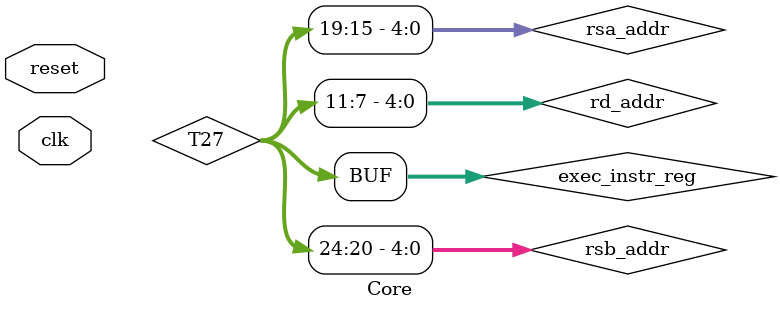
<source format=v>
module MuxPC(
    input [2:0] io_pc_sel,
    input [31:0] io_pc_pc4,
    input [31:0] io_pc_jalr,
    input [31:0] io_pc_br,
    input [31:0] io_pc_jmp,
    input [31:0] io_pc_excp,
    output[31:0] io_pc_out
);

  wire[31:0] T0;
  wire[31:0] T1;
  wire[31:0] T2;
  wire[31:0] T3;
  wire[31:0] T4;
  wire[31:0] T5;
  wire T6;
  wire[31:0] T7;
  wire T8;
  wire[31:0] T9;
  wire T10;
  wire[31:0] T11;
  wire T12;
  wire[31:0] T13;
  wire T14;


  assign io_pc_out = T0;
  assign T0 = T14 ? T13 : T1;
  assign T1 = T12 ? T11 : T2;
  assign T2 = T10 ? T9 : T3;
  assign T3 = T8 ? T7 : T4;
  assign T4 = T6 ? T5 : 32'h0;
  assign T5 = io_pc_excp;
  assign T6 = io_pc_sel == 3'h4;
  assign T7 = io_pc_jmp;
  assign T8 = io_pc_sel == 3'h3;
  assign T9 = io_pc_br;
  assign T10 = io_pc_sel == 3'h2;
  assign T11 = io_pc_jalr;
  assign T12 = io_pc_sel == 3'h1;
  assign T13 = io_pc_pc4;
  assign T14 = io_pc_sel == 3'h0;
endmodule

module RegFile(input clk,
    input [4:0] io_rf_ra1,
    input [4:0] io_rf_ra2,
    input [4:0] io_rf_wa,
    input  io_rf_wen,
    input [31:0] io_rf_wd,
    output[31:0] io_rf_rd1,
    output[31:0] io_rf_rd2
);

  wire[31:0] T0;
  wire[31:0] T1;
  reg [31:0] rf_reg_file [31:0];
  wire[31:0] T2;
  wire T3;
  wire T4;
  wire T5;
  wire[31:0] T6;
  wire[31:0] T7;
  wire T8;

`ifndef SYNTHESIS
// synthesis translate_off
  integer initvar;
  initial begin
    #0.002;
    for (initvar = 0; initvar < 32; initvar = initvar+1)
      rf_reg_file[initvar] = {1{$random}};
  end
// synthesis translate_on
`endif

  assign io_rf_rd2 = T0;
  assign T0 = T5 ? T1 : 32'h0;
  assign T1 = rf_reg_file[io_rf_ra2];
  assign T3 = io_rf_wen & T4;
  assign T4 = io_rf_wa != 5'h0;
  assign T5 = io_rf_ra2 != 5'h0;
  assign io_rf_rd1 = T6;
  assign T6 = T8 ? T7 : 32'h0;
  assign T7 = rf_reg_file[io_rf_ra1];
  assign T8 = io_rf_ra1 != 5'h0;

  always @(posedge clk) begin
    if (T3)
      rf_reg_file[io_rf_wa] <= io_rf_wd;
  end
endmodule

module ImmGen(
    input [31:0] io_instr,
    output[31:0] io_immi_sxt,
    output[31:0] io_imms_sxt,
    output[31:0] io_immb_sxt,
    output[31:0] io_immu_sxt,
    output[31:0] io_immj_sxt
);

  wire[31:0] T27;
  wire[30:0] T0;
  wire[19:0] immj;
  wire[10:0] T1;
  wire[9:0] T2;
  wire T3;
  wire[8:0] T4;
  wire[7:0] T5;
  wire T6;
  wire[10:0] T7;
  wire T8;
  wire[31:0] immu;
  wire[19:0] T9;
  wire[31:0] T28;
  wire[19:0] T10;
  wire[18:0] T11;
  wire T12;
  wire[11:0] immb;
  wire[9:0] T13;
  wire[3:0] T14;
  wire[5:0] T15;
  wire[1:0] T16;
  wire T17;
  wire T18;
  wire[31:0] T19;
  wire[11:0] imms;
  wire[4:0] T20;
  wire[6:0] T21;
  wire[19:0] T22;
  wire T23;
  wire[11:0] immi;
  wire[31:0] T24;
  wire[19:0] T25;
  wire T26;


  assign io_immj_sxt = T27;
  assign T27 = {1'h0, T0};
  assign T0 = {T7, immj};
  assign immj = {T4, T1};
  assign T1 = {T3, T2};
  assign T2 = io_instr[30:21];
  assign T3 = io_instr[20];
  assign T4 = {T6, T5};
  assign T5 = io_instr[19:12];
  assign T6 = io_instr[31];
  assign T7 = T8 ? 11'h7ff : 11'h0;
  assign T8 = immj[19];
  assign io_immu_sxt = immu;
  assign immu = {T9, 12'h0};
  assign T9 = io_instr[31:12];
  assign io_immb_sxt = T28;
  assign T28 = {12'h0, T10};
  assign T10 = {T11, 1'h0};
  assign T11 = T12 ? 19'h7ffff : 19'h0;
  assign T12 = immb[11];
  assign immb = {T16, T13};
  assign T13 = {T15, T14};
  assign T14 = io_instr[11:8];
  assign T15 = io_instr[30:25];
  assign T16 = {T18, T17};
  assign T17 = io_instr[7];
  assign T18 = io_instr[31];
  assign io_imms_sxt = T19;
  assign T19 = {T22, imms};
  assign imms = {T21, T20};
  assign T20 = io_instr[11:7];
  assign T21 = io_instr[31:25];
  assign T22 = T23 ? 20'hfffff : 20'h0;
  assign T23 = immi[11];
  assign immi = io_instr[31:20];
  assign io_immi_sxt = T24;
  assign T24 = {T25, immi};
  assign T25 = T26 ? 20'hfffff : 20'h0;
  assign T26 = immi[11];
endmodule

module Decoder(
    input [31:0] io_dec_instr,
    output io_ctl_val_inst,
    output io_ctl_rf_wen,
    output[3:0] io_ctl_br_type,
    output[1:0] io_ctl_opa_sel,
    output[1:0] io_ctl_opb_sel,
    output[3:0] io_ctl_alu_func,
    output[1:0] io_ctl_wb_sel,
    output[1:0] io_ctl_mem_func,
    output io_ctl_mem_en,
    output[2:0] io_ctl_msk_sel,
    output[2:0] io_ctl_csr_cmd
);

  wire[2:0] ctl_msk_sel;
  wire[2:0] T0;
  wire[2:0] T1;
  wire[2:0] T2;
  wire[2:0] T3;
  wire[2:0] T4;
  wire[2:0] T5;
  wire[2:0] T6;
  wire[2:0] T7;
  wire[2:0] T8;
  wire[2:0] T9;
  wire[2:0] T10;
  wire[2:0] T11;
  wire[2:0] T12;
  wire[2:0] T13;
  wire[2:0] T14;
  wire[2:0] T15;
  wire T16;
  wire[31:0] T17;
  wire T18;
  wire[31:0] T19;
  wire T20;
  wire[31:0] T21;
  wire T22;
  wire[31:0] T23;
  wire T24;
  wire[31:0] T25;
  wire T26;
  wire[31:0] T27;
  wire T28;
  wire[31:0] T29;
  wire T30;
  wire[31:0] T31;
  wire T32;
  wire[31:0] T33;
  wire T34;
  wire[31:0] T35;
  wire T36;
  wire[31:0] T37;
  wire T38;
  wire[31:0] T39;
  wire T40;
  wire[31:0] T41;
  wire T42;
  wire[31:0] T43;
  wire T44;
  wire[31:0] T45;
  wire T46;
  wire[31:0] T47;
  wire T48;
  wire[31:0] T49;
  wire ctl_mem_en;
  wire T50;
  wire T51;
  wire T52;
  wire T53;
  wire T54;
  wire T55;
  wire T56;
  wire T57;
  wire T58;
  wire T59;
  wire T60;
  wire T61;
  wire T62;
  wire T63;
  wire T64;
  wire T65;
  wire T66;
  wire[31:0] T67;
  wire[1:0] ctl_mem_func;
  wire[1:0] T68;
  wire[1:0] T69;
  wire[1:0] T70;
  wire[1:0] T71;
  wire[1:0] T72;
  wire[1:0] T73;
  wire[1:0] T74;
  wire[1:0] T75;
  wire[1:0] T76;
  wire[1:0] T77;
  wire[1:0] T78;
  wire[1:0] T79;
  wire[1:0] T80;
  wire[1:0] T81;
  wire[1:0] T82;
  wire[1:0] T83;
  wire[1:0] T84;
  wire[1:0] ctl_wb_sel;
  wire[1:0] T85;
  wire[1:0] T86;
  wire[1:0] T87;
  wire[1:0] T88;
  wire[1:0] T89;
  wire[1:0] T90;
  wire[1:0] T91;
  wire[1:0] T92;
  wire[1:0] T93;
  wire[1:0] T94;
  wire[1:0] T95;
  wire[1:0] T96;
  wire[1:0] T97;
  wire[1:0] T98;
  wire[3:0] ctl_alu_func;
  wire[3:0] T99;
  wire[3:0] T100;
  wire[3:0] T101;
  wire[3:0] T102;
  wire[3:0] T103;
  wire[3:0] T104;
  wire[3:0] T105;
  wire[3:0] T106;
  wire[3:0] T107;
  wire[3:0] T108;
  wire[3:0] T109;
  wire[3:0] T110;
  wire[3:0] T111;
  wire[3:0] T112;
  wire[3:0] T113;
  wire[3:0] T114;
  wire[3:0] T115;
  wire[3:0] T116;
  wire[3:0] T117;
  wire[3:0] T118;
  wire[3:0] T119;
  wire[3:0] T120;
  wire[3:0] T121;
  wire[3:0] T122;
  wire[3:0] T123;
  wire[3:0] T124;
  wire[3:0] T125;
  wire[3:0] T126;
  wire[3:0] T127;
  wire[3:0] T128;
  wire[3:0] T129;
  wire[3:0] T130;
  wire[3:0] T131;
  wire[3:0] T132;
  wire[3:0] T133;
  wire[3:0] T134;
  wire T135;
  wire[31:0] T136;
  wire T137;
  wire[31:0] T138;
  wire T139;
  wire[31:0] T140;
  wire T141;
  wire[31:0] T142;
  wire T143;
  wire[31:0] T144;
  wire T145;
  wire[31:0] T146;
  wire T147;
  wire[31:0] T148;
  wire T149;
  wire[31:0] T150;
  wire T151;
  wire[31:0] T152;
  wire T153;
  wire[31:0] T154;
  wire T155;
  wire[31:0] T156;
  wire T157;
  wire[31:0] T158;
  wire T159;
  wire[31:0] T160;
  wire T161;
  wire[31:0] T162;
  wire T163;
  wire[31:0] T164;
  wire T165;
  wire[31:0] T166;
  wire T167;
  wire[31:0] T168;
  wire T169;
  wire[31:0] T170;
  wire T171;
  wire[31:0] T172;
  wire[1:0] ctl_opb_sel;
  wire[1:0] T173;
  wire[1:0] T174;
  wire[1:0] T175;
  wire[1:0] T176;
  wire[1:0] T177;
  wire[1:0] T178;
  wire[1:0] T179;
  wire[1:0] T180;
  wire[1:0] T181;
  wire[1:0] T182;
  wire[1:0] T183;
  wire[1:0] T184;
  wire[1:0] T185;
  wire[1:0] T186;
  wire[1:0] T187;
  wire[1:0] T188;
  wire[1:0] T189;
  wire[1:0] T190;
  wire[1:0] T191;
  wire[1:0] T192;
  wire[1:0] T193;
  wire[1:0] T194;
  wire[1:0] T195;
  wire[1:0] T196;
  wire[1:0] T197;
  wire[1:0] T198;
  wire[1:0] T199;
  wire[1:0] T200;
  wire[1:0] T201;
  wire[1:0] T202;
  wire[1:0] T203;
  wire[1:0] T204;
  wire[1:0] T205;
  wire[1:0] T206;
  wire[1:0] T207;
  wire[1:0] T208;
  wire[1:0] ctl_opa_sel;
  wire[1:0] T209;
  wire[3:0] ctl_br_type;
  wire[3:0] T210;
  wire[3:0] T211;
  wire[3:0] T212;
  wire[3:0] T213;
  wire[3:0] T214;
  wire[3:0] T215;
  wire[3:0] T216;
  wire[3:0] T217;
  wire[3:0] T218;
  wire ctl_rf_wen;
  wire T219;
  wire T220;
  wire T221;
  wire T222;
  wire T223;
  wire T224;
  wire T225;
  wire T226;
  wire T227;
  wire T228;
  wire T229;
  wire T230;
  wire T231;
  wire T232;
  wire T233;
  wire T234;
  wire T235;
  wire T236;
  wire T237;
  wire T238;
  wire T239;
  wire T240;
  wire T241;
  wire T242;
  wire T243;
  wire T244;
  wire T245;
  wire T246;
  wire T247;
  wire T248;
  wire T249;
  wire T250;
  wire T251;
  wire T252;
  wire T253;
  wire ctl_val_inst;
  wire T254;
  wire T255;
  wire T256;
  wire T257;
  wire T258;
  wire T259;
  wire T260;
  wire T261;
  wire T262;
  wire T263;
  wire T264;
  wire T265;
  wire T266;
  wire T267;
  wire T268;
  wire T269;
  wire T270;
  wire T271;
  wire T272;
  wire T273;
  wire T274;
  wire T275;
  wire T276;
  wire T277;
  wire T278;
  wire T279;
  wire T280;
  wire T281;
  wire T282;
  wire T283;
  wire T284;
  wire T285;
  wire T286;
  wire T287;
  wire T288;


  assign io_ctl_csr_cmd = 3'h0;
  assign io_ctl_msk_sel = ctl_msk_sel;
  assign ctl_msk_sel = T48 ? 3'h2 : T0;
  assign T0 = T46 ? 3'h2 : T1;
  assign T1 = T44 ? 3'h2 : T2;
  assign T2 = T42 ? 3'h2 : T3;
  assign T3 = T40 ? 3'h2 : T4;
  assign T4 = T38 ? 3'h2 : T5;
  assign T5 = T36 ? 3'h2 : T6;
  assign T6 = T34 ? 3'h2 : T7;
  assign T7 = T32 ? 3'h2 : T8;
  assign T8 = T30 ? 3'h2 : T9;
  assign T9 = T28 ? 3'h0 : T10;
  assign T10 = T26 ? 3'h3 : T11;
  assign T11 = T24 ? 3'h1 : T12;
  assign T12 = T22 ? 3'h4 : T13;
  assign T13 = T20 ? 3'h2 : T14;
  assign T14 = T18 ? 3'h0 : T15;
  assign T15 = T16 ? 3'h1 : 3'h2;
  assign T16 = T17 == 32'h1023;
  assign T17 = io_dec_instr & 32'h707f;
  assign T18 = T19 == 32'h23;
  assign T19 = io_dec_instr & 32'h707f;
  assign T20 = T21 == 32'h2003;
  assign T21 = io_dec_instr & 32'h707f;
  assign T22 = T23 == 32'h5003;
  assign T23 = io_dec_instr & 32'h707f;
  assign T24 = T25 == 32'h1003;
  assign T25 = io_dec_instr & 32'h707f;
  assign T26 = T27 == 32'h4003;
  assign T27 = io_dec_instr & 32'h707f;
  assign T28 = T29 == 32'h3;
  assign T29 = io_dec_instr & 32'h707f;
  assign T30 = T31 == 32'h6063;
  assign T31 = io_dec_instr & 32'h707f;
  assign T32 = T33 == 32'h4063;
  assign T33 = io_dec_instr & 32'h707f;
  assign T34 = T35 == 32'h7063;
  assign T35 = io_dec_instr & 32'h707f;
  assign T36 = T37 == 32'h5063;
  assign T37 = io_dec_instr & 32'h707f;
  assign T38 = T39 == 32'h1063;
  assign T39 = io_dec_instr & 32'h707f;
  assign T40 = T41 == 32'h63;
  assign T41 = io_dec_instr & 32'h707f;
  assign T42 = T43 == 32'h67;
  assign T43 = io_dec_instr & 32'h707f;
  assign T44 = T45 == 32'h6f;
  assign T45 = io_dec_instr & 32'h7f;
  assign T46 = T47 == 32'h17;
  assign T47 = io_dec_instr & 32'h7f;
  assign T48 = T49 == 32'h37;
  assign T49 = io_dec_instr & 32'h7f;
  assign io_ctl_mem_en = ctl_mem_en;
  assign ctl_mem_en = T48 ? 1'h0 : T50;
  assign T50 = T46 ? 1'h0 : T51;
  assign T51 = T44 ? 1'h0 : T52;
  assign T52 = T42 ? 1'h0 : T53;
  assign T53 = T40 ? 1'h0 : T54;
  assign T54 = T38 ? 1'h0 : T55;
  assign T55 = T36 ? 1'h0 : T56;
  assign T56 = T34 ? 1'h0 : T57;
  assign T57 = T32 ? 1'h0 : T58;
  assign T58 = T30 ? 1'h0 : T59;
  assign T59 = T28 ? 1'h1 : T60;
  assign T60 = T26 ? 1'h1 : T61;
  assign T61 = T24 ? 1'h1 : T62;
  assign T62 = T22 ? 1'h1 : T63;
  assign T63 = T20 ? 1'h1 : T64;
  assign T64 = T18 ? 1'h1 : T65;
  assign T65 = T16 ? 1'h1 : T66;
  assign T66 = T67 == 32'h2023;
  assign T67 = io_dec_instr & 32'h707f;
  assign io_ctl_mem_func = ctl_mem_func;
  assign ctl_mem_func = T48 ? 2'h0 : T68;
  assign T68 = T46 ? 2'h0 : T69;
  assign T69 = T44 ? 2'h0 : T70;
  assign T70 = T42 ? 2'h0 : T71;
  assign T71 = T40 ? 2'h0 : T72;
  assign T72 = T38 ? 2'h0 : T73;
  assign T73 = T36 ? 2'h0 : T74;
  assign T74 = T34 ? 2'h0 : T75;
  assign T75 = T32 ? 2'h0 : T76;
  assign T76 = T30 ? 2'h0 : T77;
  assign T77 = T28 ? 2'h0 : T78;
  assign T78 = T26 ? 2'h0 : T79;
  assign T79 = T24 ? 2'h0 : T80;
  assign T80 = T22 ? 2'h0 : T81;
  assign T81 = T20 ? 2'h0 : T82;
  assign T82 = T18 ? 2'h1 : T83;
  assign T83 = T16 ? 2'h1 : T84;
  assign T84 = T66 ? 2'h1 : 2'h0;
  assign io_ctl_wb_sel = ctl_wb_sel;
  assign ctl_wb_sel = T48 ? 2'h0 : T85;
  assign T85 = T46 ? 2'h0 : T86;
  assign T86 = T44 ? 2'h2 : T87;
  assign T87 = T42 ? 2'h2 : T88;
  assign T88 = T40 ? 2'h0 : T89;
  assign T89 = T38 ? 2'h0 : T90;
  assign T90 = T36 ? 2'h0 : T91;
  assign T91 = T34 ? 2'h0 : T92;
  assign T92 = T32 ? 2'h0 : T93;
  assign T93 = T30 ? 2'h0 : T94;
  assign T94 = T28 ? 2'h3 : T95;
  assign T95 = T26 ? 2'h3 : T96;
  assign T96 = T24 ? 2'h3 : T97;
  assign T97 = T22 ? 2'h3 : T98;
  assign T98 = T20 ? 2'h3 : 2'h0;
  assign io_ctl_alu_func = ctl_alu_func;
  assign ctl_alu_func = T48 ? 4'hf : T99;
  assign T99 = T46 ? 4'h1 : T100;
  assign T100 = T44 ? 4'h0 : T101;
  assign T101 = T42 ? 4'h0 : T102;
  assign T102 = T40 ? 4'h0 : T103;
  assign T103 = T38 ? 4'h0 : T104;
  assign T104 = T36 ? 4'h0 : T105;
  assign T105 = T34 ? 4'h0 : T106;
  assign T106 = T32 ? 4'h0 : T107;
  assign T107 = T30 ? 4'h0 : T108;
  assign T108 = T28 ? 4'h1 : T109;
  assign T109 = T26 ? 4'h1 : T110;
  assign T110 = T24 ? 4'h1 : T111;
  assign T111 = T22 ? 4'h1 : T112;
  assign T112 = T20 ? 4'h1 : T113;
  assign T113 = T18 ? 4'h1 : T114;
  assign T114 = T16 ? 4'h1 : T115;
  assign T115 = T66 ? 4'h1 : T116;
  assign T116 = T171 ? 4'h1 : T117;
  assign T117 = T169 ? 4'h6 : T118;
  assign T118 = T167 ? 4'h7 : T119;
  assign T119 = T165 ? 4'h5 : T120;
  assign T120 = T163 ? 4'h4 : T121;
  assign T121 = T161 ? 4'h3 : T122;
  assign T122 = T159 ? 4'hc : T123;
  assign T123 = T157 ? 4'hd : T124;
  assign T124 = T155 ? 4'he : T125;
  assign T125 = T153 ? 4'h1 : T126;
  assign T126 = T151 ? 4'h2 : T127;
  assign T127 = T149 ? 4'hc : T128;
  assign T128 = T147 ? 4'h6 : T129;
  assign T129 = T145 ? 4'h7 : T130;
  assign T130 = T143 ? 4'h5 : T131;
  assign T131 = T141 ? 4'hd : T132;
  assign T132 = T139 ? 4'he : T133;
  assign T133 = T137 ? 4'h4 : T134;
  assign T134 = T135 ? 4'h3 : 4'h0;
  assign T135 = T136 == 32'h7033;
  assign T136 = io_dec_instr & 32'hfe00707f;
  assign T137 = T138 == 32'h6033;
  assign T138 = io_dec_instr & 32'hfe00707f;
  assign T139 = T140 == 32'h40005033;
  assign T140 = io_dec_instr & 32'hfe00707f;
  assign T141 = T142 == 32'h5033;
  assign T142 = io_dec_instr & 32'hfe00707f;
  assign T143 = T144 == 32'h4033;
  assign T144 = io_dec_instr & 32'hfe00707f;
  assign T145 = T146 == 32'h3033;
  assign T146 = io_dec_instr & 32'hfe00707f;
  assign T147 = T148 == 32'h2033;
  assign T148 = io_dec_instr & 32'hfe00707f;
  assign T149 = T150 == 32'h1033;
  assign T150 = io_dec_instr & 32'hfe00707f;
  assign T151 = T152 == 32'h40000033;
  assign T152 = io_dec_instr & 32'hfe00707f;
  assign T153 = T154 == 32'h33;
  assign T154 = io_dec_instr & 32'hfe00707f;
  assign T155 = T156 == 32'h40005013;
  assign T156 = io_dec_instr & 32'hfc00707f;
  assign T157 = T158 == 32'h5013;
  assign T158 = io_dec_instr & 32'hfc00707f;
  assign T159 = T160 == 32'h1013;
  assign T160 = io_dec_instr & 32'hfc00707f;
  assign T161 = T162 == 32'h7013;
  assign T162 = io_dec_instr & 32'h707f;
  assign T163 = T164 == 32'h6013;
  assign T164 = io_dec_instr & 32'h707f;
  assign T165 = T166 == 32'h4013;
  assign T166 = io_dec_instr & 32'h707f;
  assign T167 = T168 == 32'h3013;
  assign T168 = io_dec_instr & 32'h707f;
  assign T169 = T170 == 32'h2013;
  assign T170 = io_dec_instr & 32'h707f;
  assign T171 = T172 == 32'h13;
  assign T172 = io_dec_instr & 32'h707f;
  assign io_ctl_opb_sel = ctl_opb_sel;
  assign ctl_opb_sel = T48 ? 2'h0 : T173;
  assign T173 = T46 ? 2'h1 : T174;
  assign T174 = T44 ? 2'h0 : T175;
  assign T175 = T42 ? 2'h2 : T176;
  assign T176 = T40 ? 2'h0 : T177;
  assign T177 = T38 ? 2'h0 : T178;
  assign T178 = T36 ? 2'h0 : T179;
  assign T179 = T34 ? 2'h0 : T180;
  assign T180 = T32 ? 2'h0 : T181;
  assign T181 = T30 ? 2'h0 : T182;
  assign T182 = T28 ? 2'h2 : T183;
  assign T183 = T26 ? 2'h2 : T184;
  assign T184 = T24 ? 2'h2 : T185;
  assign T185 = T22 ? 2'h2 : T186;
  assign T186 = T20 ? 2'h2 : T187;
  assign T187 = T18 ? 2'h3 : T188;
  assign T188 = T16 ? 2'h3 : T189;
  assign T189 = T66 ? 2'h3 : T190;
  assign T190 = T171 ? 2'h2 : T191;
  assign T191 = T169 ? 2'h2 : T192;
  assign T192 = T167 ? 2'h2 : T193;
  assign T193 = T165 ? 2'h2 : T194;
  assign T194 = T163 ? 2'h2 : T195;
  assign T195 = T161 ? 2'h2 : T196;
  assign T196 = T159 ? 2'h2 : T197;
  assign T197 = T157 ? 2'h2 : T198;
  assign T198 = T155 ? 2'h2 : T199;
  assign T199 = T153 ? 2'h2 : T200;
  assign T200 = T151 ? 2'h2 : T201;
  assign T201 = T149 ? 2'h2 : T202;
  assign T202 = T147 ? 2'h2 : T203;
  assign T203 = T145 ? 2'h2 : T204;
  assign T204 = T143 ? 2'h2 : T205;
  assign T205 = T141 ? 2'h2 : T206;
  assign T206 = T139 ? 2'h2 : T207;
  assign T207 = T137 ? 2'h2 : T208;
  assign T208 = T135 ? 2'h2 : 2'h0;
  assign io_ctl_opa_sel = ctl_opa_sel;
  assign ctl_opa_sel = T48 ? 2'h1 : T209;
  assign T209 = T46 ? 2'h1 : 2'h0;
  assign io_ctl_br_type = ctl_br_type;
  assign ctl_br_type = T48 ? 4'h0 : T210;
  assign T210 = T46 ? 4'h0 : T211;
  assign T211 = T44 ? 4'h7 : T212;
  assign T212 = T42 ? 4'h8 : T213;
  assign T213 = T40 ? 4'h1 : T214;
  assign T214 = T38 ? 4'h2 : T215;
  assign T215 = T36 ? 4'h3 : T216;
  assign T216 = T34 ? 4'h4 : T217;
  assign T217 = T32 ? 4'h5 : T218;
  assign T218 = T30 ? 4'h6 : 4'h0;
  assign io_ctl_rf_wen = ctl_rf_wen;
  assign ctl_rf_wen = T48 ? 1'h1 : T219;
  assign T219 = T46 ? 1'h1 : T220;
  assign T220 = T44 ? 1'h1 : T221;
  assign T221 = T42 ? 1'h1 : T222;
  assign T222 = T40 ? 1'h0 : T223;
  assign T223 = T38 ? 1'h0 : T224;
  assign T224 = T36 ? 1'h0 : T225;
  assign T225 = T34 ? 1'h0 : T226;
  assign T226 = T32 ? 1'h0 : T227;
  assign T227 = T30 ? 1'h0 : T228;
  assign T228 = T28 ? 1'h1 : T229;
  assign T229 = T26 ? 1'h1 : T230;
  assign T230 = T24 ? 1'h1 : T231;
  assign T231 = T22 ? 1'h1 : T232;
  assign T232 = T20 ? 1'h1 : T233;
  assign T233 = T18 ? 1'h0 : T234;
  assign T234 = T16 ? 1'h0 : T235;
  assign T235 = T66 ? 1'h0 : T236;
  assign T236 = T171 ? 1'h1 : T237;
  assign T237 = T169 ? 1'h1 : T238;
  assign T238 = T167 ? 1'h1 : T239;
  assign T239 = T165 ? 1'h1 : T240;
  assign T240 = T163 ? 1'h1 : T241;
  assign T241 = T161 ? 1'h1 : T242;
  assign T242 = T159 ? 1'h1 : T243;
  assign T243 = T157 ? 1'h1 : T244;
  assign T244 = T155 ? 1'h1 : T245;
  assign T245 = T153 ? 1'h1 : T246;
  assign T246 = T151 ? 1'h1 : T247;
  assign T247 = T149 ? 1'h1 : T248;
  assign T248 = T147 ? 1'h1 : T249;
  assign T249 = T145 ? 1'h1 : T250;
  assign T250 = T143 ? 1'h1 : T251;
  assign T251 = T141 ? 1'h1 : T252;
  assign T252 = T139 ? 1'h1 : T253;
  assign T253 = T137 ? 1'h1 : T135;
  assign io_ctl_val_inst = ctl_val_inst;
  assign ctl_val_inst = T48 ? 1'h1 : T254;
  assign T254 = T46 ? 1'h1 : T255;
  assign T255 = T44 ? 1'h1 : T256;
  assign T256 = T42 ? 1'h1 : T257;
  assign T257 = T40 ? 1'h1 : T258;
  assign T258 = T38 ? 1'h1 : T259;
  assign T259 = T36 ? 1'h1 : T260;
  assign T260 = T34 ? 1'h1 : T261;
  assign T261 = T32 ? 1'h1 : T262;
  assign T262 = T30 ? 1'h1 : T263;
  assign T263 = T28 ? 1'h1 : T264;
  assign T264 = T26 ? 1'h1 : T265;
  assign T265 = T24 ? 1'h1 : T266;
  assign T266 = T22 ? 1'h1 : T267;
  assign T267 = T20 ? 1'h1 : T268;
  assign T268 = T18 ? 1'h1 : T269;
  assign T269 = T16 ? 1'h1 : T270;
  assign T270 = T66 ? 1'h1 : T271;
  assign T271 = T171 ? 1'h1 : T272;
  assign T272 = T169 ? 1'h1 : T273;
  assign T273 = T167 ? 1'h1 : T274;
  assign T274 = T165 ? 1'h1 : T275;
  assign T275 = T163 ? 1'h1 : T276;
  assign T276 = T161 ? 1'h1 : T277;
  assign T277 = T159 ? 1'h1 : T278;
  assign T278 = T157 ? 1'h1 : T279;
  assign T279 = T155 ? 1'h1 : T280;
  assign T280 = T153 ? 1'h1 : T281;
  assign T281 = T151 ? 1'h1 : T282;
  assign T282 = T149 ? 1'h1 : T283;
  assign T283 = T147 ? 1'h1 : T284;
  assign T284 = T145 ? 1'h1 : T285;
  assign T285 = T143 ? 1'h1 : T286;
  assign T286 = T141 ? 1'h1 : T287;
  assign T287 = T139 ? 1'h1 : T288;
  assign T288 = T137 ? 1'h1 : T135;
endmodule

module MuxOpA(
    input [1:0] io_opa_sel,
    input [31:0] io_opa_rsa,
    input [31:0] io_opa_imz,
    input [31:0] io_opa_imu,
    output[31:0] io_opa_alu_in
);

  wire[31:0] mux_out;
  wire[31:0] T0;
  wire[31:0] T1;
  wire[31:0] T2;
  wire[31:0] T3;
  wire T4;
  wire[31:0] T5;
  wire T6;
  wire[31:0] T7;
  wire T8;


  assign io_opa_alu_in = mux_out;
  assign mux_out = T0;
  assign T0 = T8 ? T7 : T1;
  assign T1 = T6 ? T5 : T2;
  assign T2 = T4 ? T3 : 32'h0;
  assign T3 = io_opa_imz;
  assign T4 = io_opa_sel == 2'h2;
  assign T5 = io_opa_imu;
  assign T6 = io_opa_sel == 2'h1;
  assign T7 = io_opa_rsa;
  assign T8 = io_opa_sel == 2'h0;
endmodule

module MuxOpB(
    input [1:0] io_opb_sel,
    input [31:0] io_opb_rsb,
    input [31:0] io_opb_imi,
    input [31:0] io_opb_ims,
    input [31:0] io_opb_pc,
    output[31:0] io_opb_alu_in
);

  wire[31:0] mux_out;
  wire[31:0] T0;
  wire[31:0] T1;
  wire[31:0] T2;
  wire[31:0] T3;
  wire[31:0] T4;
  wire T5;
  wire[31:0] T6;
  wire T7;
  wire[31:0] T8;
  wire T9;
  wire[31:0] T10;
  wire T11;


  assign io_opb_alu_in = mux_out;
  assign mux_out = T0;
  assign T0 = T11 ? T10 : T1;
  assign T1 = T9 ? T8 : T2;
  assign T2 = T7 ? T6 : T3;
  assign T3 = T5 ? T4 : 32'h0;
  assign T4 = io_opb_pc;
  assign T5 = io_opb_sel == 2'h1;
  assign T6 = io_opb_ims;
  assign T7 = io_opb_sel == 2'h3;
  assign T8 = io_opb_imi;
  assign T9 = io_opb_sel == 2'h2;
  assign T10 = io_opb_rsb;
  assign T11 = io_opb_sel == 2'h0;
endmodule

module Alu(
    input [31:0] io_a,
    input [31:0] io_b,
    input [3:0] io_op,
    output[31:0] io_out,
    output io_zero
);

  wire T0;
  wire T1;
  wire[31:0] alu_out;
  wire[31:0] T2;
  wire[31:0] T3;
  wire[31:0] T4;
  wire[31:0] T5;
  wire[31:0] T6;
  wire[31:0] T7;
  wire[31:0] T8;
  wire[31:0] T9;
  wire[31:0] T10;
  wire[31:0] T11;
  wire[31:0] T12;
  wire[31:0] T13;
  wire[31:0] T14;
  wire[31:0] T15;
  wire[31:0] T16;
  wire T17;
  wire[31:0] T18;
  wire[31:0] T19;
  wire[4:0] alu_shamt;
  wire[4:0] T20;
  wire[31:0] T21;
  wire T22;
  wire[31:0] T23;
  wire[31:0] T24;
  wire T25;
  wire[31:0] T26;
  wire[31:0] T27;
  wire[62:0] T28;
  wire T29;
  wire[31:0] T67;
  wire T30;
  wire T31;
  wire T32;
  wire[31:0] T68;
  wire T33;
  wire T34;
  wire[31:0] T35;
  wire[31:0] T36;
  wire T37;
  wire[31:0] T69;
  wire T38;
  wire T39;
  wire T40;
  wire[31:0] T70;
  wire T41;
  wire T42;
  wire T43;
  wire[31:0] T71;
  wire T44;
  wire T45;
  wire T46;
  wire[31:0] T72;
  wire T47;
  wire T48;
  wire[31:0] T49;
  wire[31:0] T50;
  wire T51;
  wire[31:0] T52;
  wire[31:0] T53;
  wire T54;
  wire[31:0] T55;
  wire[31:0] T56;
  wire T57;
  wire[31:0] T58;
  wire[31:0] T59;
  wire T60;
  wire[31:0] T61;
  wire[31:0] T62;
  wire T63;
  wire[31:0] T64;
  wire[31:0] T65;
  wire T66;


  assign io_zero = T0;
  assign T0 = T1 ? 1'h1 : 1'h0;
  assign T1 = io_out == 32'h0;
  assign io_out = alu_out;
  assign alu_out = T2;
  assign T2 = T66 ? T64 : T3;
  assign T3 = T63 ? T61 : T4;
  assign T4 = T60 ? T58 : T5;
  assign T5 = T57 ? T55 : T6;
  assign T6 = T54 ? T52 : T7;
  assign T7 = T51 ? T72 : T8;
  assign T8 = T46 ? T71 : T9;
  assign T9 = T43 ? T70 : T10;
  assign T10 = T40 ? T69 : T11;
  assign T11 = T37 ? T68 : T12;
  assign T12 = T32 ? T67 : T13;
  assign T13 = T29 ? T26 : T14;
  assign T14 = T25 ? T23 : T15;
  assign T15 = T22 ? T18 : T16;
  assign T16 = T17 ? io_a : 32'h0;
  assign T17 = io_op == 4'hf;
  assign T18 = T19;
  assign T19 = $signed(T21) >>> alu_shamt;
  assign alu_shamt = T20;
  assign T20 = io_b[4:0];
  assign T21 = io_a;
  assign T22 = io_op == 4'he;
  assign T23 = T24;
  assign T24 = io_a >> alu_shamt;
  assign T25 = io_op == 4'hd;
  assign T26 = T27;
  assign T27 = T28[31:0];
  assign T28 = io_a << alu_shamt;
  assign T29 = io_op == 4'hc;
  assign T67 = {31'h0, T30};
  assign T30 = T31;
  assign T31 = io_b <= io_a;
  assign T32 = io_op == 4'hb;
  assign T68 = {31'h0, T33};
  assign T33 = T34;
  assign T34 = $signed(T36) <= $signed(T35);
  assign T35 = io_a;
  assign T36 = io_b;
  assign T37 = io_op == 4'ha;
  assign T69 = {31'h0, T38};
  assign T38 = T39;
  assign T39 = io_a != io_b;
  assign T40 = io_op == 4'h9;
  assign T70 = {31'h0, T41};
  assign T41 = T42;
  assign T42 = io_a == io_b;
  assign T43 = io_op == 4'h8;
  assign T71 = {31'h0, T44};
  assign T44 = T45;
  assign T45 = io_a < io_b;
  assign T46 = io_op == 4'h7;
  assign T72 = {31'h0, T47};
  assign T47 = T48;
  assign T48 = $signed(T50) < $signed(T49);
  assign T49 = io_b;
  assign T50 = io_a;
  assign T51 = io_op == 4'h6;
  assign T52 = T53;
  assign T53 = io_a ^ io_b;
  assign T54 = io_op == 4'h5;
  assign T55 = T56;
  assign T56 = io_a | io_b;
  assign T57 = io_op == 4'h4;
  assign T58 = T59;
  assign T59 = io_a & io_b;
  assign T60 = io_op == 4'h3;
  assign T61 = T62;
  assign T62 = io_a - io_b;
  assign T63 = io_op == 4'h2;
  assign T64 = T65;
  assign T65 = io_a + io_b;
  assign T66 = io_op == 4'h1;
endmodule

module InstructionMem(input clk,
    input [9:0] io_addr,
    output[31:0] io_data
);

  wire[31:0] T0;
  reg [31:0] mem [1023:0];

`ifndef SYNTHESIS
// synthesis translate_off
  integer initvar;
  initial begin
    #0.002;
    for (initvar = 0; initvar < 1024; initvar = initvar+1)
      mem[initvar] = {1{$random}};
  end
// synthesis translate_on
`endif

  assign io_data = T0;
  assign T0 = mem[io_addr];
endmodule

module DataMem(input clk,
    input [9:0] io_addr,
    input [31:0] io_wr_data,
    input [1:0] io_mem_func,
    input  io_mem_en,
    output[31:0] io_rd_data
);

  wire[31:0] T0;
  wire[31:0] T1;
  reg [31:0] mem [1023:0];
  wire[31:0] T2;
  wire T3;
  wire T4;
  wire T5;
  wire T6;

`ifndef SYNTHESIS
// synthesis translate_off
  integer initvar;
  initial begin
    #0.002;
    for (initvar = 0; initvar < 1024; initvar = initvar+1)
      mem[initvar] = {1{$random}};
  end
// synthesis translate_on
`endif

  assign io_rd_data = T0;
  assign T0 = T5 ? T1 : 32'h0;
  assign T1 = mem[io_addr];
  assign T3 = io_mem_en & T4;
  assign T4 = io_mem_func == 2'h1;
  assign T5 = io_mem_en & T6;
  assign T6 = io_mem_func == 2'h0;

  always @(posedge clk) begin
    if (T3)
      mem[io_addr] <= io_wr_data;
  end
endmodule

module MuxWB(
    input [1:0] io_wb_sel,
    input [31:0] io_wb_alu,
    input [31:0] io_wb_pc4,
    input [31:0] io_wb_csr,
    input [31:0] io_wb_mem,
    output[31:0] io_wb_wd
);

  wire[31:0] T0;
  wire[31:0] T1;
  wire[31:0] T2;
  wire[31:0] T3;
  wire[31:0] T4;
  wire T5;
  wire[31:0] T6;
  wire T7;
  wire[31:0] T8;
  wire T9;
  wire[31:0] T10;
  wire T11;


  assign io_wb_wd = T0;
  assign T0 = T11 ? T10 : T1;
  assign T1 = T9 ? T8 : T2;
  assign T2 = T7 ? T6 : T3;
  assign T3 = T5 ? T4 : 32'h0;
  assign T4 = io_wb_mem;
  assign T5 = io_wb_sel == 2'h3;
  assign T6 = io_wb_csr;
  assign T7 = io_wb_sel == 2'h1;
  assign T8 = io_wb_pc4;
  assign T9 = io_wb_sel == 2'h2;
  assign T10 = io_wb_alu;
  assign T11 = io_wb_sel == 2'h0;
endmodule

module BranchLogic(
    input  io_excp,
    input [3:0] io_ctl_br_type,
    input  io_br_eq,
    input  io_br_lt,
    input  io_br_ltu,
    output[2:0] io_pc_sel
);

  wire[2:0] T0;
  wire[2:0] T1;
  wire[2:0] T2;
  wire[2:0] T3;
  wire[2:0] T4;
  wire[2:0] T5;
  wire[2:0] T6;
  wire[2:0] T7;
  wire[2:0] T8;
  wire[2:0] T9;
  wire T10;
  wire T11;
  wire[2:0] T12;
  wire T13;
  wire[2:0] T14;
  wire T15;
  wire[2:0] T16;
  wire T17;
  wire T18;
  wire[2:0] T19;
  wire T20;
  wire T21;
  wire[2:0] T22;
  wire T23;
  wire[2:0] T24;
  wire T25;
  wire T26;
  wire T27;


  assign io_pc_sel = T0;
  assign T0 = io_excp ? 3'h4 : T1;
  assign T1 = T27 ? 3'h0 : T2;
  assign T2 = T26 ? T24 : T3;
  assign T3 = T23 ? T22 : T4;
  assign T4 = T21 ? T19 : T5;
  assign T5 = T18 ? T16 : T6;
  assign T6 = T15 ? T14 : T7;
  assign T7 = T13 ? T12 : T8;
  assign T8 = T11 ? 3'h3 : T9;
  assign T9 = T10 ? 3'h1 : 3'h0;
  assign T10 = io_ctl_br_type == 4'h8;
  assign T11 = io_ctl_br_type == 4'h7;
  assign T12 = io_br_ltu ? 3'h2 : 3'h0;
  assign T13 = io_ctl_br_type == 4'h6;
  assign T14 = io_br_lt ? 3'h2 : 3'h0;
  assign T15 = io_ctl_br_type == 4'h5;
  assign T16 = T17 ? 3'h2 : 3'h0;
  assign T17 = io_br_ltu ^ 1'h1;
  assign T18 = io_ctl_br_type == 4'h4;
  assign T19 = T20 ? 3'h2 : 3'h0;
  assign T20 = io_br_lt ^ 1'h1;
  assign T21 = io_ctl_br_type == 4'h3;
  assign T22 = io_br_eq ? 3'h2 : 3'h0;
  assign T23 = io_ctl_br_type == 4'h1;
  assign T24 = T25 ? 3'h2 : 3'h0;
  assign T25 = io_br_eq ^ 1'h1;
  assign T26 = io_ctl_br_type == 4'h2;
  assign T27 = io_ctl_br_type == 4'h0;
endmodule

module Core(input clk, input reset,

);

  wire T0;
  wire[31:0] T1;
  wire[31:0] T2;
  wire T3;
  wire[31:0] T4;
  wire[31:0] T5;
  wire T6;
  wire halt;
  reg [31:0] exec_pc4_reg;
  wire[31:0] T30;
  wire[31:0] fetch_pc4_reg;
  reg [31:0] fetch_pc_reg;
  wire[31:0] T31;
  wire[31:0] T7;
  wire T8;
  wire stall;
  wire[9:0] T32;
  wire[9:0] T33;
  reg [31:0] exec_pc_reg;
  wire[31:0] T34;
  wire[31:0] T9;
  wire[31:0] T10;
  wire[31:0] T11;
  wire[31:0] T12;
  wire T13;
  wire T14;
  wire T15;
  wire kill_the_fetch;
  wire T16;
  wire T17;
  wire T18;
  wire T19;
  wire T20;
  wire T21;
  wire T22;
  wire T23;
  reg [31:0] exec_instr_reg;
  wire[31:0] T35;
  wire[31:0] T24;
  wire[31:0] T25;
  wire[31:0] T26;
  wire[31:0] T27;
  wire T28;
  wire[4:0] rd_addr;
  wire[4:0] rsb_addr;
  wire[4:0] rsa_addr;
  wire[31:0] exec_pc_jmp;
  wire[31:0] exec_pc_br;
  wire[31:0] exec_pc_jalr;
  wire[31:0] T29;
  wire[31:0] MuxPC_io_pc_out;
  wire[31:0] RegFile_io_rf_rd1;
  wire[31:0] RegFile_io_rf_rd2;
  wire[31:0] ImmGen_io_immi_sxt;
  wire[31:0] ImmGen_io_imms_sxt;
  wire[31:0] ImmGen_io_immb_sxt;
  wire[31:0] ImmGen_io_immu_sxt;
  wire[31:0] ImmGen_io_immj_sxt;
  wire Decoder_io_ctl_val_inst;
  wire Decoder_io_ctl_rf_wen;
  wire[3:0] Decoder_io_ctl_br_type;
  wire[1:0] Decoder_io_ctl_opa_sel;
  wire[1:0] Decoder_io_ctl_opb_sel;
  wire[3:0] Decoder_io_ctl_alu_func;
  wire[1:0] Decoder_io_ctl_wb_sel;
  wire[1:0] Decoder_io_ctl_mem_func;
  wire Decoder_io_ctl_mem_en;
  wire[31:0] MuxOpA_io_opa_alu_in;
  wire[31:0] MuxOpB_io_opb_alu_in;
  wire[31:0] Alu_io_out;
  wire[31:0] InstructionMem_io_data;
  wire[31:0] DataMem_io_rd_data;
  wire[31:0] MuxWB_io_wb_wd;
  wire[2:0] BranchLogic_io_pc_sel;

`ifndef SYNTHESIS
// synthesis translate_off
  integer initvar;
  initial begin
    #0.002;
    exec_pc4_reg = {1{$random}};
    fetch_pc_reg = {1{$random}};
    exec_pc_reg = {1{$random}};
    exec_instr_reg = {1{$random}};
  end
// synthesis translate_on
`endif

  assign T0 = T2 < T1;
  assign T1 = RegFile_io_rf_rd2;
  assign T2 = RegFile_io_rf_rd1;
  assign T3 = $signed(T5) < $signed(T4);
  assign T4 = RegFile_io_rf_rd2;
  assign T5 = RegFile_io_rf_rd1;
  assign T6 = RegFile_io_rf_rd1 == RegFile_io_rf_rd2;
  assign halt = Decoder_io_ctl_val_inst ^ 1'h1;
  assign T30 = reset ? 32'h0 : fetch_pc4_reg;
  assign fetch_pc4_reg = fetch_pc_reg + 32'h1;
  assign T31 = reset ? 32'h0 : T7;
  assign T7 = T8 ? MuxPC_io_pc_out : fetch_pc_reg;
  assign T8 = stall ^ 1'h1;
  assign stall = Decoder_io_ctl_val_inst ^ 1'h1;
  assign T32 = Alu_io_out[9:0];
  assign T33 = fetch_pc_reg[9:0];
  assign T34 = reset ? 32'h0 : T9;
  assign T9 = T22 ? fetch_pc_reg : T10;
  assign T10 = T18 ? exec_pc_reg : T11;
  assign T11 = T13 ? 32'h0 : T12;
  assign T12 = stall ? exec_pc_reg : exec_pc_reg;
  assign T13 = T17 & T14;
  assign T14 = kill_the_fetch & T15;
  assign T15 = halt ^ 1'h1;
  assign kill_the_fetch = T16 ^ 1'h1;
  assign T16 = BranchLogic_io_pc_sel == 3'h0;
  assign T17 = stall ^ 1'h1;
  assign T18 = T20 & T19;
  assign T19 = kill_the_fetch & halt;
  assign T20 = T21 ^ 1'h1;
  assign T21 = stall | T14;
  assign T22 = T23 ^ 1'h1;
  assign T23 = T21 | T19;
  assign T35 = reset ? 32'h4033 : T24;
  assign T24 = T22 ? InstructionMem_io_data : T25;
  assign T25 = T18 ? exec_instr_reg : T26;
  assign T26 = T13 ? 32'h4033 : T27;
  assign T27 = stall ? exec_instr_reg : exec_instr_reg;
  assign T28 = stall ? 1'h0 : Decoder_io_ctl_rf_wen;
  assign rd_addr = exec_instr_reg[11:7];
  assign rsb_addr = exec_instr_reg[24:20];
  assign rsa_addr = exec_instr_reg[19:15];
  assign exec_pc_jmp = exec_pc_reg + ImmGen_io_immj_sxt;
  assign exec_pc_br = exec_pc_reg + ImmGen_io_immb_sxt;
  assign exec_pc_jalr = T29 + ImmGen_io_immi_sxt;
  assign T29 = RegFile_io_rf_rd1;
  MuxPC MuxPC(
       .io_pc_sel( BranchLogic_io_pc_sel ),
       .io_pc_pc4( fetch_pc4_reg ),
       .io_pc_jalr( exec_pc_jalr ),
       .io_pc_br( exec_pc_br ),
       .io_pc_jmp( exec_pc_jmp ),
       .io_pc_excp( 32'h0 ),
       .io_pc_out( MuxPC_io_pc_out )
  );
  RegFile RegFile(.clk(clk),
       .io_rf_ra1( rsa_addr ),
       .io_rf_ra2( rsb_addr ),
       .io_rf_wa( rd_addr ),
       .io_rf_wen( T28 ),
       .io_rf_wd( MuxWB_io_wb_wd ),
       .io_rf_rd1( RegFile_io_rf_rd1 ),
       .io_rf_rd2( RegFile_io_rf_rd2 )
  );
  ImmGen ImmGen(
       .io_instr( exec_instr_reg ),
       .io_immi_sxt( ImmGen_io_immi_sxt ),
       .io_imms_sxt( ImmGen_io_imms_sxt ),
       .io_immb_sxt( ImmGen_io_immb_sxt ),
       .io_immu_sxt( ImmGen_io_immu_sxt ),
       .io_immj_sxt( ImmGen_io_immj_sxt )
  );
  Decoder Decoder(
       .io_dec_instr( exec_instr_reg ),
       .io_ctl_val_inst( Decoder_io_ctl_val_inst ),
       .io_ctl_rf_wen( Decoder_io_ctl_rf_wen ),
       .io_ctl_br_type( Decoder_io_ctl_br_type ),
       .io_ctl_opa_sel( Decoder_io_ctl_opa_sel ),
       .io_ctl_opb_sel( Decoder_io_ctl_opb_sel ),
       .io_ctl_alu_func( Decoder_io_ctl_alu_func ),
       .io_ctl_wb_sel( Decoder_io_ctl_wb_sel ),
       .io_ctl_mem_func( Decoder_io_ctl_mem_func ),
       .io_ctl_mem_en( Decoder_io_ctl_mem_en )
       //.io_ctl_msk_sel(  )
       //.io_ctl_csr_cmd(  )
  );
  MuxOpA MuxOpA(
       .io_opa_sel( Decoder_io_ctl_opa_sel ),
       .io_opa_rsa( RegFile_io_rf_rd1 ),
       .io_opa_imz( ImmGen_io_immu_sxt ),
       .io_opa_imu( ImmGen_io_immu_sxt ),
       .io_opa_alu_in( MuxOpA_io_opa_alu_in )
  );
  MuxOpB MuxOpB(
       .io_opb_sel( Decoder_io_ctl_opb_sel ),
       .io_opb_rsb( RegFile_io_rf_rd2 ),
       .io_opb_imi( ImmGen_io_immi_sxt ),
       .io_opb_ims( ImmGen_io_imms_sxt ),
       .io_opb_pc( exec_pc_reg ),
       .io_opb_alu_in( MuxOpB_io_opb_alu_in )
  );
  Alu Alu(
       .io_a( MuxOpA_io_opa_alu_in ),
       .io_b( MuxOpB_io_opb_alu_in ),
       .io_op( Decoder_io_ctl_alu_func ),
       .io_out( Alu_io_out )
       //.io_zero(  )
  );
  InstructionMem InstructionMem(.clk(clk),
       .io_addr( T33 ),
       .io_data( InstructionMem_io_data )
  );
  DataMem DataMem(.clk(clk),
       .io_addr( T32 ),
       .io_wr_data( RegFile_io_rf_rd2 ),
       .io_mem_func( Decoder_io_ctl_mem_func ),
       .io_mem_en( Decoder_io_ctl_mem_en ),
       .io_rd_data( DataMem_io_rd_data )
  );
  MuxWB MuxWB(
       .io_wb_sel( Decoder_io_ctl_wb_sel ),
       .io_wb_alu( Alu_io_out ),
       .io_wb_pc4( exec_pc4_reg ),
       .io_wb_csr( Alu_io_out ),
       .io_wb_mem( DataMem_io_rd_data ),
       .io_wb_wd( MuxWB_io_wb_wd )
  );
  BranchLogic BranchLogic(
       .io_excp( halt ),
       .io_ctl_br_type( Decoder_io_ctl_br_type ),
       .io_br_eq( T6 ),
       .io_br_lt( T3 ),
       .io_br_ltu( T0 ),
       .io_pc_sel( BranchLogic_io_pc_sel )
  );

  always @(posedge clk) begin
    if(reset) begin
      exec_pc4_reg <= 32'h0;
    end else begin
      exec_pc4_reg <= fetch_pc4_reg;
    end
    if(reset) begin
      fetch_pc_reg <= 32'h0;
    end else if(T8) begin
      fetch_pc_reg <= MuxPC_io_pc_out;
    end
    if(reset) begin
      exec_pc_reg <= 32'h0;
    end else if(T22) begin
      exec_pc_reg <= fetch_pc_reg;
    end else if(T18) begin
      exec_pc_reg <= exec_pc_reg;
    end else if(T13) begin
      exec_pc_reg <= 32'h0;
    end else if(stall) begin
      exec_pc_reg <= exec_pc_reg;
    end
    if(reset) begin
      exec_instr_reg <= 32'h4033;
    end else if(T22) begin
      exec_instr_reg <= InstructionMem_io_data;
    end else if(T18) begin
      exec_instr_reg <= exec_instr_reg;
    end else if(T13) begin
      exec_instr_reg <= 32'h4033;
    end else if(stall) begin
      exec_instr_reg <= exec_instr_reg;
    end
  end
endmodule


</source>
